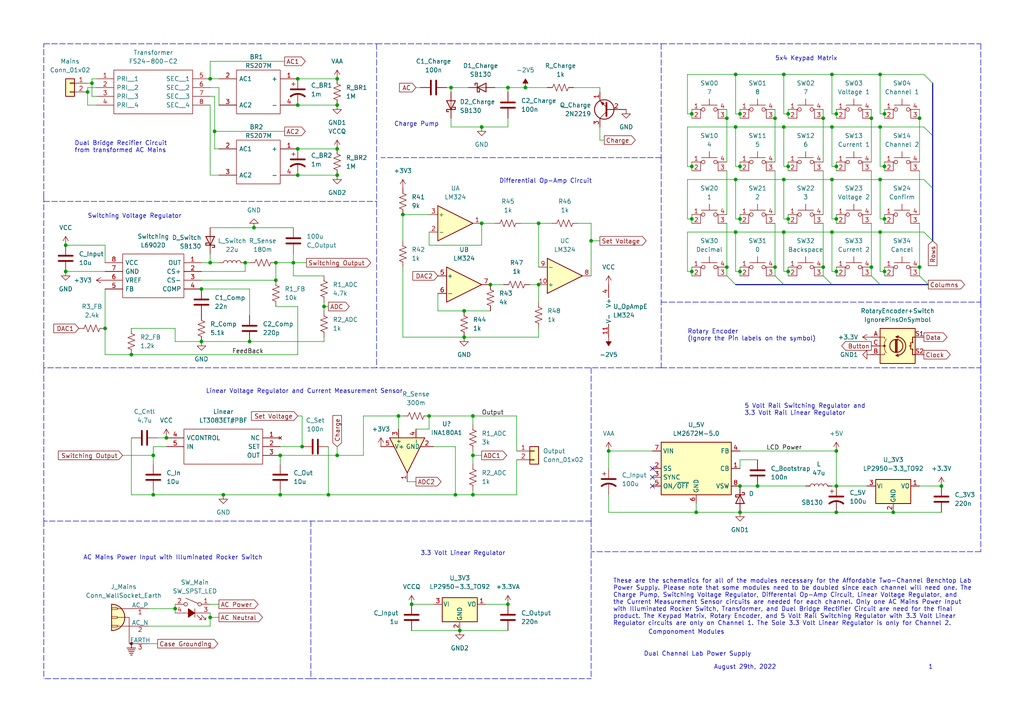
<source format=kicad_sch>
(kicad_sch (version 20211123) (generator eeschema)
  (paper "A4")
  (junction (at 97.79 30.48))
  (junction (at 200.66 63.5))
  (junction (at 241.3 52.07))
  (junction (at 256.54 78.74))
  (junction (at 214.63 140.97))
  (junction (at 152.4 25.4))
  (junction (at 132.08 143.51))
  (junction (at 130.81 25.4))
  (junction (at 134.62 90.17))
  (junction (at 95.25 143.51))
  (junction (at 228.6 48.26))
  (junction (at 214.63 78.74))
  (junction (at 97.79 132.08))
  (junction (at 255.27 21.59))
  (junction (at 116.84 62.23))
  (junction (at 213.36 52.07))
  (junction (at 64.77 143.51))
  (junction (at 238.76 77.47))
  (junction (at 252.73 34.29))
  (junction (at 255.27 36.83))
  (junction (at 228.6 78.74))
  (junction (at 139.7 36.83))
  (junction (at 200.66 78.74))
  (junction (at 58.42 83.82))
  (junction (at 259.08 148.59))
  (junction (at 210.82 77.47))
  (junction (at 93.98 88.9))
  (junction (at 214.63 148.59))
  (junction (at 60.96 22.86))
  (junction (at 142.24 82.55))
  (junction (at 26.67 24.13))
  (junction (at 214.63 33.02))
  (junction (at 80.01 76.2))
  (junction (at 200.66 33.02))
  (junction (at 44.45 143.51))
  (junction (at 73.66 66.04))
  (junction (at 86.36 43.18))
  (junction (at 176.53 130.81))
  (junction (at 213.36 67.31))
  (junction (at 86.36 30.48))
  (junction (at 201.93 148.59))
  (junction (at 48.26 127))
  (junction (at 227.33 52.07))
  (junction (at 44.45 132.08))
  (junction (at 119.38 175.26))
  (junction (at 97.79 43.18))
  (junction (at 224.79 34.29))
  (junction (at 242.57 130.81))
  (junction (at 80.01 81.28))
  (junction (at 273.05 140.97))
  (junction (at 252.73 77.47))
  (junction (at 97.79 22.86))
  (junction (at 85.09 76.2))
  (junction (at 227.33 36.83))
  (junction (at 242.57 140.97))
  (junction (at 242.57 63.5))
  (junction (at 255.27 52.07))
  (junction (at 87.63 129.54))
  (junction (at 224.79 77.47))
  (junction (at 242.57 148.59))
  (junction (at 241.3 36.83))
  (junction (at 72.39 99.06))
  (junction (at 50.8 176.53))
  (junction (at 137.16 132.08))
  (junction (at 227.33 67.31))
  (junction (at 19.05 78.74))
  (junction (at 228.6 33.02))
  (junction (at 214.63 48.26))
  (junction (at 228.6 63.5))
  (junction (at 81.28 132.08))
  (junction (at 256.54 48.26))
  (junction (at 213.36 21.59))
  (junction (at 97.79 50.8))
  (junction (at 25.4 26.67))
  (junction (at 156.21 64.77))
  (junction (at 242.57 78.74))
  (junction (at 171.45 69.85))
  (junction (at 60.96 179.07))
  (junction (at 133.35 182.88))
  (junction (at 256.54 33.02))
  (junction (at 134.62 97.79))
  (junction (at 137.16 143.51))
  (junction (at 124.46 120.65))
  (junction (at 147.32 25.4))
  (junction (at 147.32 175.26))
  (junction (at 255.27 67.31))
  (junction (at 86.36 50.8))
  (junction (at 256.54 63.5))
  (junction (at 71.12 76.2))
  (junction (at 30.48 95.25))
  (junction (at 242.57 33.02))
  (junction (at 60.96 76.2))
  (junction (at 62.23 38.1))
  (junction (at 139.7 64.77))
  (junction (at 19.05 71.12))
  (junction (at 58.42 99.06))
  (junction (at 227.33 21.59))
  (junction (at 266.7 77.47))
  (junction (at 242.57 48.26))
  (junction (at 214.63 63.5))
  (junction (at 213.36 36.83))
  (junction (at 156.21 82.55))
  (junction (at 86.36 22.86))
  (junction (at 266.7 34.29))
  (junction (at 241.3 67.31))
  (junction (at 241.3 21.59))
  (junction (at 115.57 120.65))
  (junction (at 200.66 48.26))
  (junction (at 210.82 34.29))
  (junction (at 219.71 140.97))
  (junction (at 137.16 120.65))
  (junction (at 38.1 102.87))
  (junction (at 238.76 34.29))
  (junction (at 81.28 143.51))
  (no_connect (at 189.23 135.89))
  (no_connect (at 189.23 140.97))
  (no_connect (at 189.23 138.43))
  (bus_entry (at 267.97 52.07) (size 2.54 2.54))
  (bus_entry (at 267.97 67.31) (size 2.54 2.54))
  (bus_entry (at 224.79 80.01) (size 2.54 2.54))
  (bus_entry (at 238.76 80.01) (size 2.54 2.54))
  (bus_entry (at 252.73 80.01) (size 2.54 2.54))
  (bus_entry (at 210.82 80.01) (size 2.54 2.54))
  (bus_entry (at 266.7 80.01) (size 2.54 2.54))
  (bus_entry (at 267.97 21.59) (size 2.54 2.54))
  (bus_entry (at 267.97 36.83) (size 2.54 2.54))
  (wire (pts (xy 256.54 63.5) (xy 256.54 64.77)))
  (wire (pts (xy 228.6 63.5) (xy 228.6 64.77)))
  (wire (pts (xy 267.97 21.59) (xy 255.27 21.59)))
  (wire (pts (xy 44.45 142.24) (xy 44.45 143.51)))
  (wire (pts (xy 252.73 64.77) (xy 252.73 77.47)))
  (wire (pts (xy 227.33 36.83) (xy 241.3 36.83)))
  (wire (pts (xy 238.76 77.47) (xy 238.76 80.01)))
  (wire (pts (xy 137.16 132.08) (xy 139.7 132.08)))
  (polyline (pts (xy 191.77 106.68) (xy 109.22 106.68)))
  (wire (pts (xy 137.16 120.65) (xy 149.86 120.65)))
  (polyline (pts (xy 284.48 87.63) (xy 284.48 106.68)))
  (wire (pts (xy 171.45 69.85) (xy 171.45 80.01)))
  (wire (pts (xy 116.84 77.47) (xy 116.84 97.79)))
  (wire (pts (xy 227.33 21.59) (xy 241.3 21.59)))
  (wire (pts (xy 156.21 87.63) (xy 156.21 82.55)))
  (wire (pts (xy 85.09 76.2) (xy 88.9 76.2)))
  (wire (pts (xy 86.36 120.65) (xy 87.63 120.65)))
  (wire (pts (xy 200.66 33.02) (xy 200.66 34.29)))
  (wire (pts (xy 255.27 67.31) (xy 255.27 78.74)))
  (wire (pts (xy 27.94 27.94) (xy 26.67 27.94)))
  (polyline (pts (xy 171.45 106.68) (xy 171.45 151.13)))
  (wire (pts (xy 199.39 21.59) (xy 213.36 21.59)))
  (wire (pts (xy 233.68 140.97) (xy 219.71 140.97)))
  (wire (pts (xy 227.33 52.07) (xy 227.33 63.5)))
  (wire (pts (xy 156.21 95.25) (xy 156.21 97.79)))
  (wire (pts (xy 252.73 49.53) (xy 252.73 62.23)))
  (wire (pts (xy 242.57 140.97) (xy 251.46 140.97)))
  (wire (pts (xy 199.39 48.26) (xy 199.39 36.83)))
  (wire (pts (xy 256.54 33.02) (xy 256.54 34.29)))
  (wire (pts (xy 200.66 77.47) (xy 200.66 78.74)))
  (wire (pts (xy 228.6 78.74) (xy 227.33 78.74)))
  (polyline (pts (xy 90.17 196.85) (xy 12.7 196.85)))
  (wire (pts (xy 50.8 95.25) (xy 50.8 99.06)))
  (wire (pts (xy 242.57 31.75) (xy 242.57 33.02)))
  (wire (pts (xy 93.98 99.06) (xy 72.39 99.06)))
  (wire (pts (xy 44.45 129.54) (xy 44.45 132.08)))
  (wire (pts (xy 214.63 33.02) (xy 214.63 34.29)))
  (wire (pts (xy 214.63 33.02) (xy 213.36 33.02)))
  (wire (pts (xy 38.1 95.25) (xy 50.8 95.25)))
  (wire (pts (xy 58.42 99.06) (xy 72.39 99.06)))
  (wire (pts (xy 105.41 120.65) (xy 115.57 120.65)))
  (wire (pts (xy 266.7 140.97) (xy 273.05 140.97)))
  (polyline (pts (xy 191.77 45.72) (xy 191.77 106.68)))
  (wire (pts (xy 238.76 34.29) (xy 238.76 46.99)))
  (wire (pts (xy 228.6 63.5) (xy 227.33 63.5)))
  (wire (pts (xy 149.86 120.65) (xy 149.86 130.81)))
  (wire (pts (xy 199.39 33.02) (xy 199.39 21.59)))
  (wire (pts (xy 97.79 132.08) (xy 97.79 129.54)))
  (wire (pts (xy 242.57 63.5) (xy 241.3 63.5)))
  (wire (pts (xy 80.01 76.2) (xy 85.09 76.2)))
  (wire (pts (xy 134.62 90.17) (xy 127 90.17)))
  (bus (pts (xy 270.51 24.13) (xy 270.51 39.37)))
  (wire (pts (xy 200.66 78.74) (xy 199.39 78.74)))
  (wire (pts (xy 81.28 129.54) (xy 87.63 129.54)))
  (wire (pts (xy 242.57 130.81) (xy 214.63 130.81)))
  (polyline (pts (xy 12.7 151.13) (xy 12.7 196.85)))
  (wire (pts (xy 241.3 67.31) (xy 255.27 67.31)))
  (wire (pts (xy 242.57 78.74) (xy 241.3 78.74)))
  (wire (pts (xy 125.73 129.54) (xy 132.08 129.54)))
  (wire (pts (xy 137.16 130.81) (xy 137.16 132.08)))
  (polyline (pts (xy 109.22 12.7) (xy 109.22 58.42)))
  (wire (pts (xy 224.79 31.75) (xy 224.79 34.29)))
  (wire (pts (xy 252.73 77.47) (xy 252.73 80.01)))
  (wire (pts (xy 214.63 62.23) (xy 214.63 63.5)))
  (bus (pts (xy 241.3 82.55) (xy 255.27 82.55)))
  (wire (pts (xy 48.26 129.54) (xy 44.45 129.54)))
  (wire (pts (xy 200.66 63.5) (xy 199.39 63.5)))
  (wire (pts (xy 93.98 88.9) (xy 93.98 87.63)))
  (wire (pts (xy 200.66 46.99) (xy 200.66 48.26)))
  (bus (pts (xy 213.36 82.55) (xy 227.33 82.55)))
  (wire (pts (xy 151.13 64.77) (xy 156.21 64.77)))
  (bus (pts (xy 270.51 39.37) (xy 270.51 54.61)))
  (wire (pts (xy 241.3 21.59) (xy 255.27 21.59)))
  (wire (pts (xy 213.36 52.07) (xy 213.36 63.5)))
  (wire (pts (xy 81.28 142.24) (xy 81.28 143.51)))
  (wire (pts (xy 45.72 186.69) (xy 43.18 186.69)))
  (wire (pts (xy 137.16 120.65) (xy 137.16 123.19)))
  (wire (pts (xy 214.63 78.74) (xy 214.63 80.01)))
  (wire (pts (xy 224.79 64.77) (xy 224.79 77.47)))
  (wire (pts (xy 134.62 97.79) (xy 156.21 97.79)))
  (wire (pts (xy 238.76 49.53) (xy 238.76 62.23)))
  (wire (pts (xy 130.81 34.29) (xy 130.81 36.83)))
  (wire (pts (xy 199.39 78.74) (xy 199.39 67.31)))
  (wire (pts (xy 130.81 26.67) (xy 130.81 25.4)))
  (wire (pts (xy 214.63 46.99) (xy 214.63 48.26)))
  (wire (pts (xy 139.7 64.77) (xy 139.7 71.12)))
  (wire (pts (xy 214.63 140.97) (xy 219.71 140.97)))
  (wire (pts (xy 173.99 36.83) (xy 173.99 40.64)))
  (wire (pts (xy 149.86 133.35) (xy 149.86 143.51)))
  (wire (pts (xy 38.1 127) (xy 38.1 143.51)))
  (wire (pts (xy 242.57 33.02) (xy 241.3 33.02)))
  (wire (pts (xy 81.28 134.62) (xy 81.28 132.08)))
  (wire (pts (xy 227.33 67.31) (xy 227.33 78.74)))
  (wire (pts (xy 26.67 27.94) (xy 26.67 24.13)))
  (polyline (pts (xy 12.7 106.68) (xy 12.7 58.42)))
  (wire (pts (xy 241.3 67.31) (xy 241.3 78.74)))
  (wire (pts (xy 135.89 25.4) (xy 130.81 25.4)))
  (wire (pts (xy 25.4 24.13) (xy 26.67 24.13)))
  (wire (pts (xy 214.63 77.47) (xy 214.63 78.74)))
  (wire (pts (xy 255.27 36.83) (xy 255.27 48.26)))
  (wire (pts (xy 256.54 62.23) (xy 256.54 63.5)))
  (wire (pts (xy 140.97 175.26) (xy 147.32 175.26)))
  (wire (pts (xy 139.7 71.12) (xy 124.46 71.12)))
  (wire (pts (xy 142.24 90.17) (xy 134.62 90.17)))
  (wire (pts (xy 130.81 36.83) (xy 139.7 36.83)))
  (wire (pts (xy 213.36 52.07) (xy 227.33 52.07)))
  (wire (pts (xy 60.96 179.07) (xy 60.96 177.8)))
  (wire (pts (xy 241.3 52.07) (xy 241.3 63.5)))
  (wire (pts (xy 60.96 66.04) (xy 73.66 66.04)))
  (wire (pts (xy 266.7 49.53) (xy 266.7 62.23)))
  (wire (pts (xy 30.48 102.87) (xy 38.1 102.87)))
  (wire (pts (xy 132.08 143.51) (xy 137.16 143.51)))
  (wire (pts (xy 139.7 36.83) (xy 147.32 36.83)))
  (wire (pts (xy 200.66 31.75) (xy 200.66 33.02)))
  (wire (pts (xy 143.51 25.4) (xy 147.32 25.4)))
  (wire (pts (xy 43.18 181.61) (xy 60.96 181.61)))
  (wire (pts (xy 213.36 67.31) (xy 213.36 78.74)))
  (wire (pts (xy 132.08 129.54) (xy 132.08 143.51)))
  (wire (pts (xy 93.98 80.01) (xy 85.09 80.01)))
  (wire (pts (xy 200.66 33.02) (xy 199.39 33.02)))
  (wire (pts (xy 120.65 124.46) (xy 124.46 124.46)))
  (wire (pts (xy 62.23 38.1) (xy 82.55 38.1)))
  (wire (pts (xy 60.96 22.86) (xy 63.5 22.86)))
  (wire (pts (xy 266.7 31.75) (xy 266.7 34.29)))
  (wire (pts (xy 228.6 31.75) (xy 228.6 33.02)))
  (wire (pts (xy 105.41 132.08) (xy 105.41 120.65)))
  (wire (pts (xy 242.57 78.74) (xy 242.57 80.01)))
  (wire (pts (xy 60.96 25.4) (xy 63.5 25.4)))
  (wire (pts (xy 241.3 36.83) (xy 241.3 48.26)))
  (wire (pts (xy 241.3 36.83) (xy 255.27 36.83)))
  (wire (pts (xy 200.66 62.23) (xy 200.66 63.5)))
  (polyline (pts (xy 284.48 106.68) (xy 284.48 160.02)))
  (wire (pts (xy 60.96 30.48) (xy 60.96 50.8)))
  (wire (pts (xy 60.96 181.61) (xy 60.96 179.07)))
  (wire (pts (xy 213.36 36.83) (xy 227.33 36.83)))
  (wire (pts (xy 214.63 31.75) (xy 214.63 33.02)))
  (wire (pts (xy 210.82 77.47) (xy 210.82 80.01)))
  (wire (pts (xy 124.46 120.65) (xy 124.46 124.46)))
  (wire (pts (xy 176.53 143.51) (xy 176.53 148.59)))
  (wire (pts (xy 267.97 52.07) (xy 255.27 52.07)))
  (wire (pts (xy 242.57 33.02) (xy 242.57 34.29)))
  (wire (pts (xy 50.8 176.53) (xy 50.8 177.8)))
  (wire (pts (xy 266.7 64.77) (xy 266.7 77.47)))
  (wire (pts (xy 30.48 95.25) (xy 30.48 102.87)))
  (wire (pts (xy 227.33 67.31) (xy 241.3 67.31)))
  (wire (pts (xy 242.57 48.26) (xy 242.57 49.53)))
  (wire (pts (xy 119.38 175.26) (xy 125.73 175.26)))
  (wire (pts (xy 210.82 49.53) (xy 210.82 62.23)))
  (wire (pts (xy 242.57 77.47) (xy 242.57 78.74)))
  (wire (pts (xy 256.54 31.75) (xy 256.54 33.02)))
  (wire (pts (xy 60.96 179.07) (xy 63.5 179.07)))
  (wire (pts (xy 72.39 83.82) (xy 58.42 83.82)))
  (wire (pts (xy 137.16 142.24) (xy 137.16 143.51)))
  (wire (pts (xy 256.54 46.99) (xy 256.54 48.26)))
  (wire (pts (xy 115.57 120.65) (xy 115.57 124.46)))
  (wire (pts (xy 25.4 25.4) (xy 25.4 26.67)))
  (wire (pts (xy 242.57 62.23) (xy 242.57 63.5)))
  (wire (pts (xy 86.36 88.9) (xy 86.36 102.87)))
  (polyline (pts (xy 12.7 58.42) (xy 109.22 58.42)))
  (wire (pts (xy 60.96 50.8) (xy 63.5 50.8)))
  (wire (pts (xy 85.09 73.66) (xy 85.09 76.2)))
  (wire (pts (xy 255.27 21.59) (xy 255.27 33.02)))
  (wire (pts (xy 118.11 139.7) (xy 120.65 139.7)))
  (wire (pts (xy 81.28 132.08) (xy 97.79 132.08)))
  (wire (pts (xy 173.99 25.4) (xy 173.99 26.67)))
  (polyline (pts (xy 191.77 106.68) (xy 284.48 106.68)))
  (wire (pts (xy 210.82 64.77) (xy 210.82 77.47)))
  (wire (pts (xy 62.23 43.18) (xy 62.23 38.1)))
  (wire (pts (xy 213.36 21.59) (xy 213.36 33.02)))
  (polyline (pts (xy 109.22 12.7) (xy 191.77 12.7)))
  (bus (pts (xy 270.51 54.61) (xy 270.51 69.85)))
  (wire (pts (xy 35.56 132.08) (xy 44.45 132.08)))
  (wire (pts (xy 214.63 148.59) (xy 242.57 148.59)))
  (wire (pts (xy 228.6 77.47) (xy 228.6 78.74)))
  (polyline (pts (xy 12.7 106.68) (xy 12.7 151.13)))
  (wire (pts (xy 228.6 46.99) (xy 228.6 48.26)))
  (wire (pts (xy 214.63 133.35) (xy 214.63 135.89)))
  (wire (pts (xy 105.41 132.08) (xy 97.79 132.08)))
  (wire (pts (xy 43.18 176.53) (xy 50.8 176.53)))
  (polyline (pts (xy 284.48 160.02) (xy 171.45 160.02)))
  (wire (pts (xy 242.57 148.59) (xy 259.08 148.59)))
  (wire (pts (xy 147.32 34.29) (xy 147.32 36.83)))
  (wire (pts (xy 63.5 76.2) (xy 60.96 76.2)))
  (wire (pts (xy 93.98 97.79) (xy 93.98 99.06)))
  (wire (pts (xy 60.96 175.26) (xy 63.5 175.26)))
  (wire (pts (xy 176.53 148.59) (xy 201.93 148.59)))
  (wire (pts (xy 27.94 25.4) (xy 25.4 25.4)))
  (wire (pts (xy 228.6 78.74) (xy 228.6 80.01)))
  (wire (pts (xy 266.7 34.29) (xy 266.7 46.99)))
  (wire (pts (xy 199.39 36.83) (xy 213.36 36.83)))
  (wire (pts (xy 252.73 34.29) (xy 252.73 31.75)))
  (polyline (pts (xy 90.17 151.13) (xy 90.17 196.85)))
  (wire (pts (xy 267.97 67.31) (xy 255.27 67.31)))
  (wire (pts (xy 228.6 33.02) (xy 227.33 33.02)))
  (wire (pts (xy 266.7 77.47) (xy 266.7 80.01)))
  (wire (pts (xy 44.45 143.51) (xy 64.77 143.51)))
  (wire (pts (xy 120.65 25.4) (xy 121.92 25.4)))
  (wire (pts (xy 227.33 52.07) (xy 241.3 52.07)))
  (wire (pts (xy 86.36 88.9) (xy 80.01 88.9)))
  (wire (pts (xy 156.21 64.77) (xy 156.21 77.47)))
  (wire (pts (xy 199.39 63.5) (xy 199.39 52.07)))
  (wire (pts (xy 60.96 76.2) (xy 58.42 76.2)))
  (wire (pts (xy 199.39 52.07) (xy 213.36 52.07)))
  (wire (pts (xy 137.16 132.08) (xy 137.16 134.62)))
  (polyline (pts (xy 191.77 87.63) (xy 284.48 87.63)))
  (polyline (pts (xy 12.7 57.15) (xy 12.7 12.7)))
  (wire (pts (xy 50.8 175.26) (xy 50.8 176.53)))
  (wire (pts (xy 256.54 77.47) (xy 256.54 78.74)))
  (wire (pts (xy 119.38 182.88) (xy 133.35 182.88)))
  (wire (pts (xy 175.26 40.64) (xy 173.99 40.64)))
  (wire (pts (xy 214.63 63.5) (xy 213.36 63.5)))
  (wire (pts (xy 224.79 34.29) (xy 224.79 46.99)))
  (wire (pts (xy 238.76 31.75) (xy 238.76 34.29)))
  (wire (pts (xy 25.4 30.48) (xy 27.94 30.48)))
  (wire (pts (xy 200.66 48.26) (xy 199.39 48.26)))
  (polyline (pts (xy 12.7 57.15) (xy 12.7 58.42)))
  (wire (pts (xy 30.48 71.12) (xy 19.05 71.12)))
  (wire (pts (xy 214.63 48.26) (xy 213.36 48.26)))
  (wire (pts (xy 95.25 143.51) (xy 132.08 143.51)))
  (wire (pts (xy 26.67 24.13) (xy 26.67 22.86)))
  (wire (pts (xy 86.36 22.86) (xy 97.79 22.86)))
  (polyline (pts (xy 191.77 12.7) (xy 284.48 12.7)))
  (wire (pts (xy 86.36 43.18) (xy 97.79 43.18)))
  (wire (pts (xy 71.12 76.2) (xy 71.12 78.74)))
  (wire (pts (xy 201.93 148.59) (xy 201.93 146.05)))
  (wire (pts (xy 213.36 21.59) (xy 227.33 21.59)))
  (wire (pts (xy 228.6 48.26) (xy 228.6 49.53)))
  (wire (pts (xy 64.77 143.51) (xy 81.28 143.51)))
  (wire (pts (xy 227.33 36.83) (xy 227.33 48.26)))
  (wire (pts (xy 242.57 46.99) (xy 242.57 48.26)))
  (polyline (pts (xy 12.7 12.7) (xy 109.22 12.7)))
  (wire (pts (xy 19.05 78.74) (xy 30.48 78.74)))
  (bus (pts (xy 227.33 82.55) (xy 241.3 82.55)))
  (wire (pts (xy 116.84 97.79) (xy 134.62 97.79)))
  (polyline (pts (xy 109.22 58.42) (xy 109.22 106.68)))
  (bus (pts (xy 255.27 82.55) (xy 269.24 82.55)))
  (wire (pts (xy 146.05 82.55) (xy 142.24 82.55)))
  (wire (pts (xy 213.36 36.83) (xy 213.36 48.26)))
  (wire (pts (xy 93.98 90.17) (xy 93.98 88.9)))
  (polyline (pts (xy 191.77 45.72) (xy 110.49 45.72)))
  (wire (pts (xy 115.57 120.65) (xy 116.84 120.65)))
  (wire (pts (xy 50.8 99.06) (xy 58.42 99.06)))
  (wire (pts (xy 256.54 78.74) (xy 256.54 80.01)))
  (wire (pts (xy 116.84 69.85) (xy 116.84 62.23)))
  (polyline (pts (xy 171.45 151.13) (xy 12.7 151.13)))
  (wire (pts (xy 152.4 25.4) (xy 158.75 25.4)))
  (wire (pts (xy 224.79 49.53) (xy 224.79 62.23)))
  (wire (pts (xy 199.39 67.31) (xy 213.36 67.31)))
  (wire (pts (xy 200.66 48.26) (xy 200.66 49.53)))
  (wire (pts (xy 147.32 25.4) (xy 147.32 26.67)))
  (wire (pts (xy 214.63 63.5) (xy 214.63 64.77)))
  (wire (pts (xy 86.36 30.48) (xy 97.79 30.48)))
  (wire (pts (xy 124.46 120.65) (xy 137.16 120.65)))
  (wire (pts (xy 25.4 26.67) (xy 25.4 30.48)))
  (wire (pts (xy 256.54 48.26) (xy 256.54 49.53)))
  (wire (pts (xy 147.32 25.4) (xy 152.4 25.4)))
  (wire (pts (xy 176.53 130.81) (xy 176.53 135.89)))
  (wire (pts (xy 72.39 76.2) (xy 71.12 76.2)))
  (wire (pts (xy 242.57 140.97) (xy 242.57 130.81)))
  (wire (pts (xy 156.21 64.77) (xy 160.02 64.77)))
  (wire (pts (xy 124.46 71.12) (xy 124.46 67.31)))
  (wire (pts (xy 200.66 63.5) (xy 200.66 64.77)))
  (wire (pts (xy 44.45 134.62) (xy 44.45 132.08)))
  (wire (pts (xy 228.6 62.23) (xy 228.6 63.5)))
  (wire (pts (xy 171.45 64.77) (xy 171.45 69.85)))
  (wire (pts (xy 85.09 76.2) (xy 85.09 80.01)))
  (wire (pts (xy 214.63 48.26) (xy 214.63 49.53)))
  (wire (pts (xy 130.81 25.4) (xy 129.54 25.4)))
  (wire (pts (xy 176.53 130.81) (xy 189.23 130.81)))
  (wire (pts (xy 72.39 91.44) (xy 72.39 83.82)))
  (wire (pts (xy 60.96 17.78) (xy 60.96 22.86)))
  (wire (pts (xy 62.23 38.1) (xy 62.23 27.94)))
  (wire (pts (xy 214.63 148.59) (xy 201.93 148.59)))
  (wire (pts (xy 171.45 69.85) (xy 173.99 69.85)))
  (wire (pts (xy 255.27 52.07) (xy 255.27 63.5)))
  (wire (pts (xy 214.63 78.74) (xy 213.36 78.74)))
  (polyline (pts (xy 109.22 106.68) (xy 12.7 106.68)))
  (wire (pts (xy 210.82 34.29) (xy 210.82 46.99)))
  (wire (pts (xy 153.67 82.55) (xy 156.21 82.55)))
  (wire (pts (xy 255.27 48.26) (xy 256.54 48.26)))
  (wire (pts (xy 73.66 66.04) (xy 85.09 66.04)))
  (wire (pts (xy 116.84 62.23) (xy 124.46 62.23)))
  (wire (pts (xy 71.12 78.74) (xy 58.42 78.74)))
  (polyline (pts (xy 191.77 12.7) (xy 191.77 45.72)))
  (wire (pts (xy 255.27 78.74) (xy 256.54 78.74)))
  (wire (pts (xy 255.27 63.5) (xy 256.54 63.5)))
  (wire (pts (xy 80.01 76.2) (xy 80.01 81.28)))
  (wire (pts (xy 45.72 127) (xy 48.26 127)))
  (wire (pts (xy 95.25 129.54) (xy 95.25 143.51)))
  (wire (pts (xy 242.57 63.5) (xy 242.57 64.77)))
  (polyline (pts (xy 284.48 12.7) (xy 284.48 87.63)))
  (polyline (pts (xy 171.45 151.13) (xy 171.45 196.85)))
  (wire (pts (xy 259.08 148.59) (xy 273.05 148.59)))
  (wire (pts (xy 241.3 140.97) (xy 242.57 140.97)))
  (wire (pts (xy 228.6 33.02) (xy 228.6 34.29)))
  (wire (pts (xy 80.01 81.28) (xy 58.42 81.28)))
  (wire (pts (xy 267.97 36.83) (xy 255.27 36.83)))
  (polyline (pts (xy 90.17 196.85) (xy 171.45 196.85)))
  (wire (pts (xy 62.23 27.94) (xy 60.96 27.94)))
  (wire (pts (xy 93.98 88.9) (xy 95.25 88.9)))
  (wire (pts (xy 200.66 78.74) (xy 200.66 80.01)))
  (wire (pts (xy 255.27 33.02) (xy 256.54 33.02)))
  (wire (pts (xy 38.1 102.87) (xy 86.36 102.87)))
  (wire (pts (xy 149.86 143.51) (xy 137.16 143.51)))
  (wire (pts (xy 38.1 143.51) (xy 44.45 143.51)))
  (wire (pts (xy 242.57 48.26) (xy 241.3 48.26)))
  (wire (pts (xy 238.76 64.77) (xy 238.76 77.47)))
  (wire (pts (xy 210.82 31.75) (xy 210.82 34.29)))
  (wire (pts (xy 241.3 52.07) (xy 255.27 52.07)))
  (wire (pts (xy 213.36 67.31) (xy 227.33 67.31)))
  (wire (pts (xy 63.5 43.18) (xy 62.23 43.18)))
  (wire (pts (xy 30.48 95.25) (xy 30.48 83.82)))
  (wire (pts (xy 228.6 48.26) (xy 227.33 48.26)))
  (wire (pts (xy 81.28 143.51) (xy 95.25 143.51)))
  (wire (pts (xy 86.36 50.8) (xy 97.79 50.8)))
  (wire (pts (xy 227.33 21.59) (xy 227.33 33.02)))
  (wire (pts (xy 127 90.17) (xy 127 85.09)))
  (wire (pts (xy 252.73 34.29) (xy 252.73 46.99)))
  (wire (pts (xy 82.55 17.78) (xy 60.96 17.78)))
  (wire (pts (xy 60.96 73.66) (xy 60.96 76.2)))
  (wire (pts (xy 63.5 30.48) (xy 63.5 25.4)))
  (wire (pts (xy 241.3 21.59) (xy 241.3 33.02)))
  (wire (pts (xy 26.67 22.86) (xy 27.94 22.86)))
  (wire (pts (xy 87.63 120.65) (xy 87.63 129.54)))
  (wire (pts (xy 167.64 64.77) (xy 171.45 64.77)))
  (wire (pts (xy 166.37 25.4) (xy 173.99 25.4)))
  (wire (pts (xy 133.35 182.88) (xy 147.32 182.88)))
  (wire (pts (xy 224.79 77.47) (xy 224.79 80.01)))
  (wire (pts (xy 143.51 64.77) (xy 139.7 64.77)))
  (wire (pts (xy 30.48 76.2) (xy 30.48 71.12)))
  (wire (pts (xy 219.71 133.35) (xy 214.63 133.35)))
  (text "1" (at 269.24 194.31 0) (effects (font (size 1.27 1.27)) (justify left bottom)))
  (text "These are the schematics for all of the modules necessary for the Affordable Two-Channel Benchtop Lab\nPower Supply. Please note that some modules need to be doubled since each channel will need one. The\nCharge Pump, Switching Voltage Regulator, Differental Op-Amp Circuit, Linear Voltage Regulator, and\nthe Current Measurement Sensor circuits are needed for each channel. Only one AC Mains Power Input\nwith Illuminated Rocker Switch, Transformer, and Duel Bridge Rectifier Circuit are need for the final\nproduct. The Keypad Matrix, Rotary Encoder, and 5 Volt Rail Switching Regulator with 3.3 Volt Linear\nRegulator circuits are only on Channel 1. The Sole 3.3 Volt Linear Regulator is only for Channel 2." (at 177.8 181.61 0) (effects (font (size 1.27 1.27)) (justify left bottom)))
  (text "AC Mains Power Input with Illuminated Rocker Switch" (at 24.13 162.56 0) (effects (font (size 1.27 1.27)) (justify left bottom)))
  (text "Differential Op-Amp Circuit" (at 144.78 53.34 0) (effects (font (size 1.27 1.27)) (justify left bottom)))
  (text "\nComponoment Modules" (at 187.96 184.15 0) (effects (font (size 1.27 1.27)) (justify left bottom)))
  (text "5 Volt Rail Switching Regulator and\n3.3 Volt Rail Linear Regulator" (at 215.9 120.65 0) (effects (font (size 1.27 1.27)) (justify left bottom)))
  (text "August 29th, 2022" (at 207.01 194.31 0) (effects (font (size 1.27 1.27)) (justify left bottom)))
  (text "3.3 Volt Linear Regulator" (at 121.92 161.29 0) (effects (font (size 1.27 1.27)) (justify left bottom)))
  (text "Dual Channal Lab Power Supply" (at 186.69 190.5 0) (effects (font (size 1.27 1.27)) (justify left bottom)))
  (text "Rotary Encoder\n(Ignore the Pin labels on the symbol)" (at 199.39 99.06 0) (effects (font (size 1.27 1.27)) (justify left bottom)))
  (text "5x4 Keypad Matrix" (at 224.79 17.78 0) (effects (font (size 1.27 1.27)) (justify left bottom)))
  (text "Switching Voltage Regulator\n" (at 25.4 63.5 0) (effects (font (size 1.27 1.27)) (justify left bottom)))
  (text "Charge Pump" (at 114.3 36.83 0) (effects (font (size 1.27 1.27)) (justify left bottom)))
  (text "Linear Voltage Regulator and Current Measurement Sensor" (at 59.69 114.3 0) (effects (font (size 1.27 1.27)) (justify left bottom)))
  (text "Dual Bridge Recifier Circuit\nfrom transformed AC Mains" (at 21.59 44.45 0) (effects (font (size 1.27 1.27)) (justify left bottom)))
  (label "Output" (at 139.7 120.65 0))
  (label "LCD Power" (at 222.25 130.81 0))
  (label "FeedBack" (at 67.31 102.87 0))
  (global_label "ADC" (shape output) (at 95.25 88.9 0) (property "Intersheet References" "${INTERSHEET_REFS}" (effects hide)))
  (global_label "Charge" (shape output) (at 175.26 40.64 0) (property "Intersheet References" "${INTERSHEET_REFS}" (effects hide)))
  (global_label "Case Grounding" (shape output) (at 45.72 186.69 0) (property "Intersheet References" "${INTERSHEET_REFS}" (effects hide)))
  (global_label "AC1" (shape output) (at 82.55 17.78 0) (property "Intersheet References" "${INTERSHEET_REFS}" (effects hide)))
  (global_label "ADC1" (shape output) (at 139.7 132.08 0) (property "Intersheet References" "${INTERSHEET_REFS}" (effects hide)))
  (global_label "AC Neutral" (shape output) (at 63.5 179.07 0) (property "Intersheet References" "${INTERSHEET_REFS}" (effects hide)))
  (global_label "Set Voltage" (shape output) (at 173.99 69.85 0) (property "Intersheet References" "${INTERSHEET_REFS}" (effects hide)))
  (global_label "Columns" (shape output) (at 269.24 82.55 0) (property "Intersheet References" "${INTERSHEET_REFS}" (effects hide)))
  (global_label "Rows" (shape input) (at 270.51 69.85 270) (property "Intersheet References" "${INTERSHEET_REFS}" (effects hide)))
  (global_label "AC" (shape input) (at 120.65 25.4 180) (property "Intersheet References" "${INTERSHEET_REFS}" (effects hide)))
  (global_label "Clock" (shape output) (at 267.97 102.87 0) (property "Intersheet References" "${INTERSHEET_REFS}" (effects hide)))
  (global_label "Switching Output" (shape input) (at 35.56 132.08 180) (property "Intersheet References" "${INTERSHEET_REFS}" (effects hide)))
  (global_label "Set Voltage" (shape input) (at 86.36 120.65 180) (property "Intersheet References" "${INTERSHEET_REFS}" (effects hide)))
  (global_label "Button" (shape output) (at 252.73 100.33 180) (property "Intersheet References" "${INTERSHEET_REFS}" (effects hide)))
  (global_label "DAC1" (shape input) (at 22.86 95.25 180) (property "Intersheet References" "${INTERSHEET_REFS}" (effects hide)))
  (global_label "Data" (shape output) (at 267.97 97.79 0) (property "Intersheet References" "${INTERSHEET_REFS}" (effects hide)))
  (global_label "ADC2" (shape output) (at 120.65 139.7 0) (property "Intersheet References" "${INTERSHEET_REFS}" (effects hide)))
  (global_label "Charge" (shape input) (at 97.79 129.54 90) (property "Intersheet References" "${INTERSHEET_REFS}" (effects hide)))
  (global_label "Switching Output" (shape output) (at 88.9 76.2 0) (property "Intersheet References" "${INTERSHEET_REFS}" (effects hide)))
  (global_label "AC2" (shape output) (at 82.55 38.1 0) (property "Intersheet References" "${INTERSHEET_REFS}" (effects hide)))
  (global_label "DAC2" (shape input) (at 127 80.01 180) (property "Intersheet References" "${INTERSHEET_REFS}" (effects hide)))
  (global_label "AC Power" (shape output) (at 63.5 175.26 0) (property "Intersheet References" "${INTERSHEET_REFS}" (effects hide)))
  (symbol (lib_id "power:+3V3") (at 116.84 54.61 0) (unit 1)
    (property "Reference" "#PWR?" (effects hide))
    (property "Value" "+3V3" (at 116.84 49.53 0))
  )
  (symbol (lib_id "Switch:SW_MEC_5E") (at 247.65 49.53 0) (unit 1)
    (property "Reference" "SW13" (at 247.65 39.37 0))
    (property "Value" "Current 1" (at 247.65 41.91 0))
    (property "Footprint" "Button_Switch_SMD:SW_MEC_5GSH9" (effects hide))
    (property "Datasheet" "http://www.apem.com/int/index.php?controller=attachment&id_attachment=1371" (effects hide))
  )
  (symbol (lib_id "Switch:SW_MEC_5E") (at 261.62 49.53 0) (unit 1)
    (property "Reference" "SW14" (at 261.62 39.37 0))
    (property "Value" "Channel 2" (at 261.62 41.91 0))
    (property "Footprint" "Button_Switch_SMD:SW_MEC_5GSH9" (effects hide))
    (property "Datasheet" "http://www.apem.com/int/index.php?controller=attachment&id_attachment=1371" (effects hide))
  )
  (symbol (lib_id "power:VAA") (at 97.79 22.86 0) (unit 1)
    (property "Reference" "#PWR?" (effects hide))
    (property "Value" "VAA" (at 97.79 17.78 0))
  )
  (symbol (lib_id "Switch:SW_MEC_5E") (at 205.74 64.77 0) (unit 1)
    (property "Reference" "SW20" (at 205.74 54.61 0))
    (property "Value" "1" (at 205.74 57.15 0))
    (property "Footprint" "Button_Switch_SMD:SW_MEC_5GSH9" (effects hide))
    (property "Datasheet" "http://www.apem.com/int/index.php?controller=attachment&id_attachment=1371" (effects hide))
  )
  (symbol (lib_id "Diode:SB130") (at 60.96 69.85 270) (mirror x) (unit 1)
    (property "Reference" "D_Switch" (at 58.42 68.8974 90) (effects (justify right)))
    (property "Value" "SB130" (at 58.42 71.4374 90) (effects (justify right)))
    (property "Footprint" "Diode_THT:D_DO-41_SOD81_P10.16mm_Horizontal" (effects hide))
    (property "Datasheet" "http://www.diodes.com/_files/datasheets/ds23022.pdf" (effects hide))
  )
  (symbol (lib_id "Switch:SW_MEC_5E") (at 233.68 49.53 0) (unit 1)
    (property "Reference" "SW12" (at 233.68 39.37 0))
    (property "Value" "6" (at 233.68 41.91 0))
    (property "Footprint" "Button_Switch_SMD:SW_MEC_5GSH9" (effects hide))
    (property "Datasheet" "http://www.apem.com/int/index.php?controller=attachment&id_attachment=1371" (effects hide))
  )
  (symbol (lib_id "power:+3.3VA") (at 147.32 175.26 0) (unit 1)
    (property "Reference" "#PWR?" (effects hide))
    (property "Value" "+3.3VA" (at 147.32 170.18 0))
  )
  (symbol (lib_name "RS207M_1") (lib_id "SamacSys_Parts:RS207M") (at 63.5 43.18 0) (unit 1)
    (property "Reference" "BR2" (at 72.39 36.83 0) (effects (justify left)))
    (property "Value" "RS207M" (at 71.12 39.37 0) (effects (justify left)))
    (property "Footprint" "SamacSys_Parts:RS207M" (effects hide))
    (property "Datasheet" "http://www.rectron.com/data_sheets/rs201m-rs207m.pdf" (effects hide))
    (property "Description" "Bridge Rectifiers Lead Frame 2A 1000V" (effects hide))
    (property "Height" "11" (effects hide))
    (property "Mouser Part Number" "583-RS207M" (effects hide))
    (property "Mouser Price/Stock" "https://www.mouser.co.uk/ProductDetail/Rectron/RS207M?qs=0QEfxlTaxasFcTlzGnM5iQ%3D%3D" (effects hide))
    (property "Manufacturer_Name" "Rectron" (effects hide))
    (property "Manufacturer_Part_Number" "RS207M" (effects hide))
  )
  (symbol (lib_id "Device:R_US") (at 97.79 46.99 0) (unit 1)
    (property "Reference" "R_BR2" (at 100.33 45.7199 0) (effects (justify left)))
    (property "Value" "1M" (at 100.33 48.2599 0) (effects (justify left)))
    (property "Footprint" "Resistor_SMD:R_1210_3225Metric" (effects hide))
  )
  (symbol (lib_id "Amplifier_Operational:LM324") (at 132.08 64.77 0) (unit 1)
    (property "Reference" "U" (at 132.08 54.61 0))
    (property "Value" "LM324" (at 132.08 57.15 0))
    (property "Footprint" "Package_SO:SOIC-14_3.9x8.7mm_P1.27mm" (effects hide))
    (property "Datasheet" "http://www.ti.com/lit/ds/symlink/lm2902-n.pdf" (effects hide))
  )
  (symbol (lib_id "Device:C") (at 219.71 137.16 0) (unit 1)
    (property "Reference" "C_Bootstrap" (at 223.52 135.8899 0) (effects (justify left)))
    (property "Value" "100n" (at 223.52 138.4299 0) (effects (justify left)))
    (property "Footprint" "Capacitor_SMD:C_1210_3225Metric" (effects hide))
  )
  (symbol (lib_id "Connector:Conn_WallSocket_Earth") (at 38.1 181.61 0) (mirror y) (unit 1)
    (property "Reference" "J_Mains" (at 35.8648 170.18 0))
    (property "Value" "Conn_WallSocket_Earth" (at 35.8648 172.72 0))
  )
  (symbol (lib_id "Device:R_US") (at 58.42 95.25 0) (unit 1)
    (property "Reference" "R_Comp" (at 60.96 93.9799 0) (effects (justify left)))
    (property "Value" "5.1k" (at 60.96 96.5199 0) (effects (justify left)))
    (property "Footprint" "Resistor_SMD:R_1210_3225Metric" (effects hide))
  )
  (symbol (lib_id "Device:R_US") (at 156.21 91.44 0) (unit 1)
    (property "Reference" "R48" (at 158.75 90.1699 0) (effects (justify left)))
    (property "Value" "1k" (at 158.75 92.7099 0) (effects (justify left)))
    (property "Footprint" "Resistor_SMD:R_1210_3225Metric" (effects hide))
  )
  (symbol (lib_id "Device:C_Polarized_US") (at 86.36 46.99 0) (unit 1)
    (property "Reference" "C_BR2" (at 90.17 45.0849 0) (effects (justify left)))
    (property "Value" "1m" (at 90.17 47.6249 0) (effects (justify left)))
    (property "Footprint" "Capacitor_THT:C_Radial_D12.5mm_H25.0mm_P5.00mm" (effects hide))
  )
  (symbol (lib_id "Device:C") (at 273.05 144.78 0) (unit 1)
    (property "Reference" "C_3V3" (at 276.86 143.5099 0) (effects (justify left)))
    (property "Value" "220n" (at 276.86 146.0499 0) (effects (justify left)))
    (property "Footprint" "Capacitor_SMD:C_1210_3225Metric" (effects hide))
  )
  (symbol (lib_id "power:GND2") (at 97.79 50.8 0) (unit 1)
    (property "Reference" "#PWR?" (effects hide))
    (property "Value" "GND2" (at 97.79 55.88 0))
  )
  (symbol (lib_id "Amplifier_Current:INA180A1") (at 118.11 132.08 90) (mirror x) (unit 1)
    (property "Reference" "U?" (at 129.54 122.9612 90))
    (property "Value" "INA180A1" (at 129.54 125.5012 90))
    (property "Footprint" "Package_TO_SOT_SMD:SOT-23-5" (effects hide))
    (property "Datasheet" "http://www.ti.com/lit/ds/symlink/ina180.pdf" (effects hide))
  )
  (symbol (lib_id "Device:R_US") (at 116.84 58.42 0) (unit 1)
    (property "Reference" "R41" (at 119.38 57.1499 0) (effects (justify left)))
    (property "Value" "9k" (at 119.38 59.6899 0) (effects (justify left)))
    (property "Footprint" "Resistor_SMD:R_1210_3225Metric" (effects hide))
  )
  (symbol (lib_id "Device:R_US") (at 93.98 83.82 0) (unit 1)
    (property "Reference" "R1_ADC" (at 96.52 82.5499 0) (effects (justify left)))
    (property "Value" "4.7k" (at 96.52 85.0899 0) (effects (justify left)))
    (property "Footprint" "Resistor_SMD:R_1210_3225Metric" (effects hide))
  )
  (symbol (lib_id "power:+3.3V") (at 252.73 97.79 90) (unit 1)
    (property "Reference" "#PWR?" (effects hide))
    (property "Value" "+3.3V" (at 248.92 97.7899 90) (effects (justify left)))
  )
  (symbol (lib_id "power:VCCQ") (at 97.79 43.18 0) (unit 1)
    (property "Reference" "#PWR?" (effects hide))
    (property "Value" "VCCQ" (at 97.79 38.1 0))
  )
  (symbol (lib_id "Switch:SW_MEC_5E") (at 219.71 64.77 0) (unit 1)
    (property "Reference" "SW21" (at 219.71 54.61 0))
    (property "Value" "2" (at 219.71 57.15 0))
    (property "Footprint" "Button_Switch_SMD:SW_MEC_5GSH9" (effects hide))
    (property "Datasheet" "http://www.apem.com/int/index.php?controller=attachment&id_attachment=1371" (effects hide))
  )
  (symbol (lib_id "Device:C_Polarized_US") (at 242.57 144.78 0) (unit 1)
    (property "Reference" "C_5V" (at 246.38 142.8749 0) (effects (justify left)))
    (property "Value" "100u" (at 246.38 145.4149 0) (effects (justify left)))
    (property "Footprint" "Capacitor_THT:CP_Radial_D12.5mm_P5.00mm" (effects hide))
  )
  (symbol (lib_id "power:GND1") (at 252.73 102.87 270) (unit 1)
    (property "Reference" "#PWR?" (effects hide))
    (property "Value" "GND1" (at 248.92 102.8699 90) (effects (justify right)))
  )
  (symbol (lib_id "power:GND") (at 58.42 99.06 0) (unit 1)
    (property "Reference" "#PWR?" (effects hide))
    (property "Value" "GND" (at 58.42 104.14 0))
  )
  (symbol (lib_id "SamacSys_Parts:LT3083ET#PBF") (at 81.28 127 0) (mirror y) (unit 1)
    (property "Reference" "Linear" (at 64.77 119.38 0))
    (property "Value" "LT3083ET#PBF" (at 64.77 121.92 0))
    (property "Footprint" "TO170P457X1022X2306-5P" (effects hide))
    (property "Datasheet" "http://www.linear.com/docs/30239" (effects hide))
    (property "Description" "IC REG LDO ADJ 3A TO220-5" (effects hide))
    (property "Height" "4.572" (effects hide))
    (property "Mouser Part Number" "584-LT3083ET#PBF" (effects hide))
    (property "Mouser Price/Stock" "https://www.mouser.co.uk/ProductDetail/Analog-Devices/LT3083ETPBF?qs=hVkxg5c3xu%252BEQibxnmC0QQ%3D%3D" (effects hide))
    (property "Manufacturer_Name" "Analog Devices" (effects hide))
    (property "Manufacturer_Part_Number" "LT3083ET#PBF" (effects hide))
  )
  (symbol (lib_id "Device:R_US") (at 97.79 26.67 0) (unit 1)
    (property "Reference" "R_BR1" (at 100.33 25.3999 0) (effects (justify left)))
    (property "Value" "1M" (at 100.33 27.9399 0) (effects (justify left)))
    (property "Footprint" "Resistor_SMD:R_1210_3225Metric" (effects hide))
  )
  (symbol (lib_id "Device:R_US") (at 116.84 73.66 0) (unit 1)
    (property "Reference" "R42" (at 119.38 72.3899 0) (effects (justify left)))
    (property "Value" "1k" (at 119.38 74.9299 0) (effects (justify left)))
    (property "Footprint" "Resistor_SMD:R_1210_3225Metric" (effects hide))
  )
  (symbol (lib_id "power:GND1") (at 97.79 30.48 0) (unit 1)
    (property "Reference" "#PWR?" (effects hide))
    (property "Value" "GND1" (at 97.79 35.56 0))
  )
  (symbol (lib_id "SamacSys_Parts:L6902D") (at 58.42 76.2 0) (mirror y) (unit 1)
    (property "Reference" "Switching" (at 44.45 68.58 0))
    (property "Value" "L6902D" (at 44.45 71.12 0))
    (property "Footprint" "SOIC127P600X175-8N" (effects hide))
    (property "Datasheet" "https://componentsearchengine.com/Datasheets/1/L6902D.pdf" (effects hide))
    (property "Description" "L6902D, Switching Regulator, Buck Controller, 1A, Adjustable, 1.235  34 V, 275 kHz, 8-Pin SO" (effects hide))
    (property "Height" "1.75" (effects hide))
    (property "Mouser Part Number" "511-L6902D" (effects hide))
    (property "Mouser Price/Stock" "https://www.mouser.com/Search/Refine.aspx?Keyword=511-L6902D" (effects hide))
    (property "Manufacturer_Name" "STMicroelectronics" (effects hide))
    (property "Manufacturer_Part_Number" "L6902D" (effects hide))
  )
  (symbol (lib_id "Device:C") (at 72.39 95.25 0) (unit 1)
    (property "Reference" "C2_Comp" (at 76.2 93.9799 0) (effects (justify left)))
    (property "Value" "220p" (at 76.2 96.5199 0) (effects (justify left)))
    (property "Footprint" "Capacitor_SMD:C_1210_3225Metric" (effects hide))
  )
  (symbol (lib_id "Switch:SW_MEC_5E") (at 205.74 80.01 0) (unit 1)
    (property "Reference" "SW30" (at 205.74 69.85 0))
    (property "Value" "Decimal" (at 205.74 72.39 0))
    (property "Footprint" "Button_Switch_SMD:SW_MEC_5GSH9" (effects hide))
    (property "Datasheet" "http://www.apem.com/int/index.php?controller=attachment&id_attachment=1371" (effects hide))
  )
  (symbol (lib_id "power:GND") (at 64.77 143.51 0) (unit 1)
    (property "Reference" "#PWR?" (effects hide))
    (property "Value" "GND" (at 64.77 148.59 0))
  )
  (symbol (lib_id "Device:C") (at 44.45 138.43 0) (unit 1)
    (property "Reference" "C_In" (at 48.26 137.1599 0) (effects (justify left)))
    (property "Value" "10u" (at 48.26 139.6999 0) (effects (justify left)))
    (property "Footprint" "Capacitor_SMD:C_1210_3225Metric" (effects hide))
  )
  (symbol (lib_id "Device:R_US") (at 134.62 93.98 0) (unit 1)
    (property "Reference" "R44" (at 137.16 92.7099 0) (effects (justify left)))
    (property "Value" "1k" (at 137.16 95.2499 0) (effects (justify left)))
    (property "Footprint" "Resistor_SMD:R_1210_3225Metric" (effects hide))
  )
  (symbol (lib_id "Switch:SW_MEC_5E") (at 233.68 80.01 0) (unit 1)
    (property "Reference" "SW32" (at 233.68 69.85 0))
    (property "Value" "Backspace" (at 233.68 72.39 0))
    (property "Footprint" "Button_Switch_SMD:SW_MEC_5GSH9" (effects hide))
    (property "Datasheet" "http://www.apem.com/int/index.php?controller=attachment&id_attachment=1371" (effects hide))
  )
  (symbol (lib_id "Switch:SW_MEC_5E") (at 261.62 34.29 0) (unit 1)
    (property "Reference" "SW04" (at 261.62 24.13 0))
    (property "Value" "Channel 1" (at 261.62 26.67 0))
    (property "Footprint" "Button_Switch_SMD:SW_MEC_5GSH9" (effects hide))
    (property "Datasheet" "http://www.apem.com/int/index.php?controller=attachment&id_attachment=1371" (effects hide))
  )
  (symbol (lib_id "Device:R_US") (at 137.16 138.43 0) (unit 1)
    (property "Reference" "R2_ADC" (at 139.7 137.1599 0) (effects (justify left)))
    (property "Value" "1k" (at 139.7 139.6999 0) (effects (justify left)))
    (property "Footprint" "Resistor_SMD:R_1210_3225Metric" (effects hide))
  )
  (symbol (lib_id "Device:C") (at 147.32 30.48 0) (unit 1)
    (property "Reference" "C2_Charge" (at 151.13 29.2099 0) (effects (justify left)))
    (property "Value" "100n" (at 151.13 31.7499 0) (effects (justify left)))
    (property "Footprint" "Capacitor_SMD:C_1210_3225Metric" (effects hide))
  )
  (symbol (lib_id "Device:C") (at 19.05 74.93 0) (unit 1)
    (property "Reference" "C_Input" (at 22.86 73.6599 0) (effects (justify left)))
    (property "Value" "10u" (at 22.86 76.1999 0) (effects (justify left)))
  )
  (symbol (lib_id "Connector_Generic:Conn_01x02") (at 20.32 24.13 0) (mirror y) (unit 1)
    (property "Reference" "Mains" (at 20.32 17.78 0))
    (property "Value" "Conn_01x02" (at 20.32 20.32 0))
    (property "Footprint" "Connector_Wire:SolderWire-2sqmm_1x02_P7.8mm_D2mm_OD3.9mm" (effects hide))
  )
  (symbol (lib_id "power:GND") (at 139.7 36.83 0) (unit 1)
    (property "Reference" "#PWR?" (effects hide))
    (property "Value" "GND" (at 139.7 41.91 0))
  )
  (symbol (lib_id "power:+3.3V") (at 273.05 140.97 0) (unit 1)
    (property "Reference" "#PWR?" (effects hide))
    (property "Value" "+3.3V" (at 273.05 135.89 0))
  )
  (symbol (lib_id "power:-2V5") (at 176.53 97.79 180) (unit 1)
    (property "Reference" "#PWR?" (effects hide))
    (property "Value" "-2V5" (at 176.53 102.87 0))
  )
  (symbol (lib_id "Regulator_Linear:LP2950-3.3_TO92") (at 133.35 175.26 0) (unit 1)
    (property "Reference" "U_3V3" (at 133.35 167.64 0))
    (property "Value" "LP2950-3.3_TO92" (at 133.35 170.18 0))
    (property "Footprint" "Package_TO_SOT_THT:TO-92_Inline" (effects hide))
    (property "Datasheet" "http://www.ti.com/lit/ds/symlink/lp2950.pdf" (effects hide))
  )
  (symbol (lib_id "power:GND") (at 19.05 78.74 0) (unit 1)
    (property "Reference" "#PWR?" (effects hide))
    (property "Value" "GND" (at 19.05 83.82 0))
  )
  (symbol (lib_id "power:GND") (at 134.62 97.79 0) (unit 1)
    (property "Reference" "#PWR?" (effects hide))
    (property "Value" "GND" (at 134.62 102.87 0))
  )
  (symbol (lib_id "Device:RotaryEncoder_Switch") (at 260.35 100.33 0) (unit 1)
    (property "Reference" "RotaryEncoder+Switch" (at 260.35 90.17 0))
    (property "Value" "IgnorePinsOnSymbol" (at 260.35 92.71 0))
  )
  (symbol (lib_id "power:VCC") (at 48.26 127 0) (unit 1)
    (property "Reference" "#PWR?" (effects hide))
    (property "Value" "VCC" (at 48.26 121.92 0))
  )
  (symbol (lib_id "Device:R_US") (at 76.2 76.2 90) (unit 1)
    (property "Reference" "R_Sense" (at 76.2 69.85 90))
    (property "Value" "180m" (at 76.2 72.39 90))
    (property "Footprint" "Resistor_SMD:R_1210_3225Metric" (effects hide))
  )
  (symbol (lib_id "Device:R_US") (at 26.67 95.25 270) (unit 1)
    (property "Reference" "R3_FB" (at 26.67 88.9 90))
    (property "Value" "2.4k" (at 26.67 91.44 90))
    (property "Footprint" "Resistor_SMD:R_1210_3225Metric" (effects hide))
  )
  (symbol (lib_id "Switch:SW_MEC_5E") (at 219.71 49.53 0) (unit 1)
    (property "Reference" "SW11" (at 219.71 39.37 0))
    (property "Value" "5" (at 219.71 41.91 0))
    (property "Footprint" "Button_Switch_SMD:SW_MEC_5GSH9" (effects hide))
    (property "Datasheet" "http://www.apem.com/int/index.php?controller=attachment&id_attachment=1371" (effects hide))
  )
  (symbol (lib_id "Device:R_US") (at 149.86 82.55 90) (unit 1)
    (property "Reference" "R47" (at 149.86 76.2 90))
    (property "Value" "1k" (at 149.86 78.74 90))
    (property "Footprint" "Resistor_SMD:R_1210_3225Metric" (effects hide))
  )
  (symbol (lib_id "Device:R_US") (at 38.1 99.06 0) (unit 1)
    (property "Reference" "R2_FB" (at 40.64 97.7899 0) (effects (justify left)))
    (property "Value" "1.2k" (at 40.64 100.3299 0) (effects (justify left)))
    (property "Footprint" "Resistor_SMD:R_1210_3225Metric" (effects hide))
  )
  (symbol (lib_id "Device:C_Polarized_US") (at 176.53 139.7 0) (unit 1)
    (property "Reference" "C_Input" (at 180.34 137.7949 0) (effects (justify left)))
    (property "Value" "100u" (at 180.34 140.3349 0) (effects (justify left)))
    (property "Footprint" "Capacitor_THT:CP_Radial_D12.5mm_P5.00mm" (effects hide))
  )
  (symbol (lib_id "power:+5V") (at 242.57 130.81 0) (unit 1)
    (property "Reference" "#PWR?" (effects hide))
    (property "Value" "+5V" (at 242.57 125.73 0))
  )
  (symbol (lib_id "Switch:SW_MEC_5E") (at 233.68 34.29 0) (unit 1)
    (property "Reference" "SW02" (at 233.68 24.13 0))
    (property "Value" "7" (at 233.68 26.67 0))
    (property "Footprint" "Button_Switch_SMD:SW_MEC_5GSH9" (effects hide))
    (property "Datasheet" "http://www.apem.com/int/index.php?controller=attachment&id_attachment=1371" (effects hide))
  )
  (symbol (lib_id "Device:R_US") (at 147.32 64.77 90) (unit 1)
    (property "Reference" "R45" (at 147.32 58.42 90))
    (property "Value" "1k" (at 147.32 60.96 90))
    (property "Footprint" "Resistor_SMD:R_1210_3225Metric" (effects hide))
  )
  (symbol (lib_id "power:VAA") (at 176.53 130.81 0) (unit 1)
    (property "Reference" "#PWR?" (effects hide))
    (property "Value" "VAA" (at 176.53 125.73 0))
  )
  (symbol (lib_id "Switch:SW_MEC_5E") (at 261.62 64.77 0) (unit 1)
    (property "Reference" "SW24" (at 261.62 54.61 0))
    (property "Value" "Confirm" (at 261.62 57.15 0))
    (property "Footprint" "Button_Switch_SMD:SW_MEC_5GSH9" (effects hide))
    (property "Datasheet" "http://www.apem.com/int/index.php?controller=attachment&id_attachment=1371" (effects hide))
  )
  (symbol (lib_id "power:GND") (at 181.61 31.75 0) (unit 1)
    (property "Reference" "#PWR?" (effects hide))
    (property "Value" "GND" (at 181.61 36.83 0))
  )
  (symbol (lib_id "Device:R_US") (at 93.98 93.98 0) (unit 1)
    (property "Reference" "R2_ADC" (at 96.52 92.7099 0) (effects (justify left)))
    (property "Value" "1k" (at 96.52 95.2499 0) (effects (justify left)))
    (property "Footprint" "Resistor_SMD:R_1210_3225Metric" (effects hide))
  )
  (symbol (lib_id "Amplifier_Operational:LM324") (at 134.62 82.55 0) (unit 2)
    (property "Reference" "U" (at 134.62 72.39 0))
    (property "Value" "LM324" (at 134.62 74.93 0))
    (property "Footprint" "Package_SO:SOIC-14_3.9x8.7mm_P1.27mm" (effects hide))
    (property "Datasheet" "http://www.ti.com/lit/ds/symlink/lm2902-n.pdf" (effects hide))
  )
  (symbol (lib_id "Switch:SW_MEC_5E") (at 247.65 80.01 0) (unit 1)
    (property "Reference" "SW33" (at 247.65 69.85 0))
    (property "Value" "Current 2" (at 247.65 72.39 0))
    (property "Footprint" "Button_Switch_SMD:SW_MEC_5GSH9" (effects hide))
    (property "Datasheet" "http://www.apem.com/int/index.php?controller=attachment&id_attachment=1371" (effects hide))
  )
  (symbol (lib_id "Device:L") (at 237.49 140.97 90) (unit 1)
    (property "Reference" "L" (at 237.49 134.62 90))
    (property "Value" "47u" (at 237.49 137.16 90))
    (property "Footprint" "Inductor_SMD:L_1210_3225Metric" (effects hide))
  )
  (symbol (lib_id "Switch:SW_MEC_5E") (at 233.68 64.77 0) (unit 1)
    (property "Reference" "SW22" (at 233.68 54.61 0))
    (property "Value" "3" (at 233.68 57.15 0))
    (property "Footprint" "Button_Switch_SMD:SW_MEC_5GSH9" (effects hide))
    (property "Datasheet" "http://www.apem.com/int/index.php?controller=attachment&id_attachment=1371" (effects hide))
  )
  (symbol (lib_id "Device:R_US") (at 162.56 25.4 90) (unit 1)
    (property "Reference" "R_Charge" (at 162.56 19.05 90))
    (property "Value" "1k" (at 162.56 21.59 90))
  )
  (symbol (lib_id "Regulator_Switching:LM2672M-5.0") (at 201.93 135.89 0) (unit 1)
    (property "Reference" "U_5V" (at 201.93 123.19 0))
    (property "Value" "LM2672M-5.0" (at 201.93 125.73 0))
    (property "Footprint" "Package_SO:SOIC-8_3.9x4.9mm_P1.27mm" (effects hide))
    (property "Datasheet" "http://www.ti.com/lit/ds/symlink/lm2672.pdf" (effects hide))
  )
  (symbol (lib_id "Device:C") (at 147.32 179.07 0) (unit 1)
    (property "Reference" "C_Output" (at 151.13 177.7999 0) (effects (justify left)))
    (property "Value" "220n" (at 151.13 180.3399 0) (effects (justify left)))
    (property "Footprint" "Capacitor_SMD:C_1210_3225Metric" (effects hide))
  )
  (symbol (lib_id "Switch:SW_MEC_5E") (at 219.71 34.29 0) (unit 1)
    (property "Reference" "SW01" (at 219.71 24.13 0))
    (property "Value" "8" (at 219.71 26.67 0))
    (property "Footprint" "Button_Switch_SMD:SW_MEC_5GSH9" (effects hide))
    (property "Datasheet" "http://www.apem.com/int/index.php?controller=attachment&id_attachment=1371" (effects hide))
  )
  (symbol (lib_id "Switch:SW_SPST_LED") (at 55.88 177.8 0) (mirror y) (unit 1)
    (property "Reference" "SW_Main" (at 56.515 168.91 0))
    (property "Value" "SW_SPST_LED" (at 56.515 171.45 0))
  )
  (symbol (lib_id "Device:R_US") (at 163.83 64.77 90) (unit 1)
    (property "Reference" "R46" (at 163.83 58.42 90))
    (property "Value" "1k" (at 163.83 60.96 90))
    (property "Footprint" "Resistor_SMD:R_1210_3225Metric" (effects hide))
  )
  (symbol (lib_id "Device:R_US") (at 120.65 120.65 90) (unit 1)
    (property "Reference" "R_Sense" (at 120.65 114.3 90))
    (property "Value" "300m" (at 120.65 116.84 90))
    (property "Footprint" "Resistor_SMD:R_1210_3225Metric" (effects hide))
  )
  (symbol (lib_id "Amplifier_Operational:LM324") (at 179.07 90.17 0) (unit 5)
    (property "Reference" "U_OpAmp" (at 177.8 88.8999 0) (effects (justify left)))
    (property "Value" "LM324" (at 177.8 91.4399 0) (effects (justify left)))
    (property "Footprint" "Package_SO:SOIC-14_3.9x8.7mm_P1.27mm" (effects hide))
    (property "Datasheet" "http://www.ti.com/lit/ds/symlink/lm2902-n.pdf" (effects hide))
  )
  (symbol (lib_id "Device:C") (at 58.42 87.63 0) (unit 1)
    (property "Reference" "C1_Comp" (at 62.23 86.3599 0) (effects (justify left)))
    (property "Value" "22n" (at 62.23 88.8999 0) (effects (justify left)))
    (property "Footprint" "Capacitor_SMD:C_1210_3225Metric" (effects hide))
  )
  (symbol (lib_id "Switch:SW_MEC_5E") (at 205.74 34.29 0) (unit 1)
    (property "Reference" "SW00" (at 205.74 24.13 0))
    (property "Value" "7" (at 205.74 26.67 0))
    (property "Footprint" "Button_Switch_SMD:SW_MEC_5GSH9" (effects hide))
    (property "Datasheet" "http://www.apem.com/int/index.php?controller=attachment&id_attachment=1371" (effects hide))
  )
  (symbol (lib_name "RS207M_1") (lib_id "SamacSys_Parts:RS207M") (at 63.5 22.86 0) (unit 1)
    (property "Reference" "BR1" (at 72.39 16.51 0) (effects (justify left)))
    (property "Value" "RS207M" (at 71.12 19.05 0) (effects (justify left)))
    (property "Footprint" "SamacSys_Parts:RS207M" (effects hide))
    (property "Datasheet" "http://www.rectron.com/data_sheets/rs201m-rs207m.pdf" (effects hide))
    (property "Description" "Bridge Rectifiers Lead Frame 2A 1000V" (effects hide))
    (property "Height" "11" (effects hide))
    (property "Mouser Part Number" "583-RS207M" (effects hide))
    (property "Mouser Price/Stock" "https://www.mouser.co.uk/ProductDetail/Rectron/RS207M?qs=0QEfxlTaxasFcTlzGnM5iQ%3D%3D" (effects hide))
    (property "Manufacturer_Name" "Rectron" (effects hide))
    (property "Manufacturer_Part_Number" "RS207M" (effects hide))
  )
  (symbol (lib_id "power:-2V5") (at 152.4 25.4 0) (unit 1)
    (property "Reference" "#PWR?" (effects hide))
    (property "Value" "-2V5" (at 152.4 20.32 0))
  )
  (symbol (lib_id "Device:C") (at 41.91 127 90) (unit 1)
    (property "Reference" "C_Cntl" (at 41.91 119.38 90))
    (property "Value" "4.7u" (at 41.91 121.92 90))
    (property "Footprint" "Capacitor_SMD:C_1210_3225Metric" (effects hide))
  )
  (symbol (lib_id "Device:R_US") (at 142.24 86.36 0) (unit 1)
    (property "Reference" "R43" (at 144.78 85.0899 0) (effects (justify left)))
    (property "Value" "4k" (at 144.78 87.6299 0) (effects (justify left)))
    (property "Footprint" "Resistor_SMD:R_1210_3225Metric" (effects hide))
  )
  (symbol (lib_id "Device:C") (at 81.28 138.43 0) (unit 1)
    (property "Reference" "C_Out" (at 85.09 137.1599 0) (effects (justify left)))
    (property "Value" "10u" (at 85.09 139.6999 0) (effects (justify left)))
    (property "Footprint" "Capacitor_SMD:C_1210_3225Metric" (effects hide))
  )
  (symbol (lib_id "Device:R_US") (at 137.16 127 0) (unit 1)
    (property "Reference" "R1_ADC" (at 139.7 125.7299 0) (effects (justify left)))
    (property "Value" "3k" (at 139.7 128.2699 0) (effects (justify left)))
    (property "Footprint" "Resistor_SMD:R_1210_3225Metric" (effects hide))
  )
  (symbol (lib_id "power:VCC") (at 19.05 71.12 0) (unit 1)
    (property "Reference" "#PWR?" (effects hide))
    (property "Value" "VCC" (at 19.05 66.04 0))
  )
  (symbol (lib_id "power:+3V3") (at 30.48 81.28 90) (unit 1)
    (property "Reference" "#PWR?" (effects hide))
    (property "Value" "+3V3" (at 26.67 81.2799 90) (effects (justify left)))
  )
  (symbol (lib_id "Connector_Generic:Conn_01x02") (at 154.94 130.81 0) (unit 1)
    (property "Reference" "Output" (at 157.48 130.8099 0) (effects (justify left)))
    (property "Value" "Conn_01x02" (at 157.48 133.3499 0) (effects (justify left)))
    (property "Footprint" "Connector_Wire:SolderWire-2sqmm_1x02_P7.8mm_D2mm_OD3.9mm" (effects hide))
  )
  (symbol (lib_id "power:+3V3") (at 110.49 129.54 0) (unit 1)
    (property "Reference" "#PWR?" (effects hide))
    (property "Value" "+3V3" (at 110.49 124.46 0))
  )
  (symbol (lib_id "power:VCCQ") (at 119.38 175.26 0) (unit 1)
    (property "Reference" "#PWR?" (effects hide))
    (property "Value" "VCCQ" (at 119.38 170.18 0))
  )
  (symbol (lib_id "Switch:SW_MEC_5E") (at 205.74 49.53 0) (unit 1)
    (property "Reference" "SW10" (at 205.74 39.37 0))
    (property "Value" "4" (at 205.74 41.91 0))
    (property "Footprint" "Button_Switch_SMD:SW_MEC_5GSH9" (effects hide))
    (property "Datasheet" "http://www.apem.com/int/index.php?controller=attachment&id_attachment=1371" (effects hide))
  )
  (symbol (lib_id "power:GND") (at 73.66 66.04 0) (mirror x) (unit 1)
    (property "Reference" "#PWR?" (effects hide))
    (property "Value" "GND" (at 73.66 60.96 0))
  )
  (symbol (lib_id "power:GND1") (at 214.63 148.59 0) (unit 1)
    (property "Reference" "#PWR?" (effects hide))
    (property "Value" "GND1" (at 214.63 153.67 0))
  )
  (symbol (lib_id "Diode:SB130") (at 130.81 30.48 90) (unit 1)
    (property "Reference" "D2_Charge" (at 133.35 29.5274 90) (effects (justify right)))
    (property "Value" "SB130" (at 133.35 32.0674 90) (effects (justify right)))
    (property "Footprint" "Diode_THT:D_DO-41_SOD81_P10.16mm_Horizontal" (effects hide))
    (property "Datasheet" "http://www.diodes.com/_files/datasheets/ds23022.pdf" (effects hide))
  )
  (symbol (lib_id "Diode:SB130") (at 139.7 25.4 0) (unit 1)
    (property "Reference" "D1_Charge" (at 139.3825 19.05 0))
    (property "Value" "SB130" (at 139.3825 21.59 0))
    (property "Footprint" "Diode_THT:D_DO-41_SOD81_P10.16mm_Horizontal" (effects hide))
    (property "Datasheet" "http://www.diodes.com/_files/datasheets/ds23022.pdf" (effects hide))
  )
  (symbol (lib_id "power:VCC") (at 176.53 82.55 0) (unit 1)
    (property "Reference" "#PWR?" (effects hide))
    (property "Value" "VCC" (at 176.53 77.47 0))
  )
  (symbol (lib_id "Device:L") (at 67.31 76.2 90) (unit 1)
    (property "Reference" "L_Switch" (at 67.31 69.85 90))
    (property "Value" "22u" (at 67.31 72.39 90))
    (property "Footprint" "Inductor_SMD:L_1210_3225Metric" (effects hide))
  )
  (symbol (lib_id "Device:C") (at 85.09 69.85 0) (mirror x) (unit 1)
    (property "Reference" "C_Output" (at 88.9 71.1201 0) (effects (justify left)))
    (property "Value" "100u" (at 88.9 68.5801 0) (effects (justify left)))
    (property "Footprint" "Capacitor_SMD:C_1210_3225Metric" (effects hide))
  )
  (symbol (lib_id "Switch:SW_MEC_5E") (at 219.71 80.01 0) (unit 1)
    (property "Reference" "SW31" (at 219.71 69.85 0))
    (property "Value" "0" (at 219.71 72.39 0))
    (property "Footprint" "Button_Switch_SMD:SW_MEC_5GSH9" (effects hide))
    (property "Datasheet" "http://www.apem.com/int/index.php?controller=attachment&id_attachment=1371" (effects hide))
  )
  (symbol (lib_id "Device:C") (at 119.38 179.07 0) (mirror x) (unit 1)
    (property "Reference" "C_Input" (at 115.57 177.7999 0) (effects (justify right)))
    (property "Value" "1u" (at 115.57 180.3399 0) (effects (justify right)))
    (property "Footprint" "Capacitor_SMD:C_1210_3225Metric" (effects hide))
  )
  (symbol (lib_id "Amplifier_Operational:LM324") (at 163.83 80.01 0) (mirror x) (unit 3)
    (property "Reference" "U" (at 163.83 69.85 0))
    (property "Value" "LM324" (at 163.83 72.39 0))
    (property "Footprint" "Package_SO:SOIC-14_3.9x8.7mm_P1.27mm" (effects hide))
    (property "Datasheet" "http://www.ti.com/lit/ds/symlink/lm2902-n.pdf" (effects hide))
  )
  (symbol (lib_id "Regulator_Linear:LP2950-3.3_TO92") (at 259.08 140.97 0) (unit 1)
    (property "Reference" "U_3V3" (at 259.08 133.35 0))
    (property "Value" "LP2950-3.3_TO92" (at 259.08 135.89 0))
    (property "Footprint" "Package_TO_SOT_THT:TO-92_Inline" (effects hide))
    (property "Datasheet" "http://www.ti.com/lit/ds/symlink/lp2950.pdf" (effects hide))
  )
  (symbol (lib_id "Diode:SB130") (at 214.63 144.78 270) (unit 1)
    (property "Reference" "D" (at 217.17 143.1924 90) (effects (justify left)))
    (property "Value" "SB130" (at 232.41 145.7324 90) (effects (justify left)))
    (property "Footprint" "Diode_THT:D_DO-41_SOD81_P10.16mm_Horizontal" (effects hide))
    (property "Datasheet" "http://www.diodes.com/_files/datasheets/ds23022.pdf" (effects hide))
  )
  (symbol (lib_id "Switch:SW_MEC_5E") (at 247.65 34.29 0) (unit 1)
    (property "Reference" "SW03" (at 247.65 24.13 0))
    (property "Value" "Voltage 1" (at 247.65 26.67 0))
    (property "Footprint" "Button_Switch_SMD:SW_MEC_5GSH9" (effects hide))
    (property "Datasheet" "http://www.apem.com/int/index.php?controller=attachment&id_attachment=1371" (effects hide))
  )
  (symbol (lib_id "SamacSys_Parts:FS24-800-C2") (at 27.94 22.86 0) (unit 1)
    (property "Reference" "Transformer" (at 44.45 15.24 0))
    (property "Value" "FS24-800-C2" (at 44.45 17.78 0))
    (property "Footprint" "SamacSys_Parts:FS24800C2" (effects hide))
    (property "Datasheet" "https://componentsearchengine.com/Datasheets/1/FS24-800-C2.pdf" (effects hide))
    (property "Description" "Power Transformers POWER XFMR 24 Vct @ 800 mA UL/cUL - Class 2/3, TUV, 115/230V SPLIT PACK PCB MOUNT / FS24-800-C2" (effects hide))
    (property "Height" "38.5064" (effects hide))
    (property "Mouser Part Number" "553-FS24-800-C2" (effects hide))
    (property "Mouser Price/Stock" "https://www.mouser.com/Search/Refine.aspx?Keyword=553-FS24-800-C2" (effects hide))
    (property "Manufacturer_Name" "Triad Magnetics" (effects hide))
    (property "Manufacturer_Part_Number" "FS24-800-C2" (effects hide))
  )
  (symbol (lib_id "Device:C") (at 125.73 25.4 90) (unit 1)
    (property "Reference" "C1_Charge" (at 125.73 17.78 90))
    (property "Value" "100n" (at 125.73 20.32 90))
    (property "Footprint" "Capacitor_SMD:C_1210_3225Metric" (effects hide))
  )
  (symbol (lib_id "Transistor_BJT:2N2219") (at 176.53 31.75 180) (unit 1)
    (property "Reference" "Q_Charge" (at 171.45 30.4799 0) (effects (justify left)))
    (property "Value" "2N2219" (at 171.45 33.0199 0) (effects (justify left)))
    (property "Footprint" "Package_TO_SOT_THT:TO-39-3" (effects hide))
    (property "Datasheet" "http://www.onsemi.com/pub_link/Collateral/2N2219-D.PDF" (effects hide))
  )
  (symbol (lib_id "Device:R_US") (at 80.01 85.09 0) (unit 1)
    (property "Reference" "R1_FB" (at 82.55 83.8199 0) (effects (justify left)))
    (property "Value" "10k" (at 82.55 86.3599 0) (effects (justify left)))
    (property "Footprint" "Resistor_SMD:R_1210_3225Metric" (effects hide))
  )
  (symbol (lib_id "Device:C_Polarized_US") (at 86.36 26.67 0) (unit 1)
    (property "Reference" "C_BR1" (at 90.17 24.7649 0) (effects (justify left)))
    (property "Value" "1m" (at 90.17 27.3049 0) (effects (justify left)))
    (property "Footprint" "Capacitor_THT:C_Radial_D12.5mm_H25.0mm_P5.00mm" (effects hide))
  )
  (symbol (lib_id "Switch:SW_MEC_5E") (at 247.65 64.77 0) (unit 1)
    (property "Reference" "SW23" (at 247.65 54.61 0))
    (property "Value" "Voltage 2" (at 247.65 57.15 0))
    (property "Footprint" "Button_Switch_SMD:SW_MEC_5GSH9" (effects hide))
    (property "Datasheet" "http://www.apem.com/int/index.php?controller=attachment&id_attachment=1371" (effects hide))
  )
  (symbol (lib_id "Switch:SW_MEC_5E") (at 261.62 80.01 0) (unit 1)
    (property "Reference" "SW34" (at 261.62 69.85 0))
    (property "Value" "Cancel" (at 261.62 72.39 0))
    (property "Footprint" "Button_Switch_SMD:SW_MEC_5GSH9" (effects hide))
    (property "Datasheet" "http://www.apem.com/int/index.php?controller=attachment&id_attachment=1371" (effects hide))
  )
  (symbol (lib_id "Device:C") (at 91.44 129.54 90) (unit 1)
    (property "Reference" "C_Set" (at 91.44 121.92 90))
    (property "Value" "100n" (at 91.44 124.46 90))
    (property "Footprint" "Capacitor_SMD:C_1210_3225Metric" (effects hide))
  )
  (symbol (lib_id "power:GND2") (at 133.35 182.88 0) (unit 1)
    (property "Reference" "#PWR?" (effects hide))
    (property "Value" "GND2" (at 133.35 187.96 0))
  )
)
</source>
